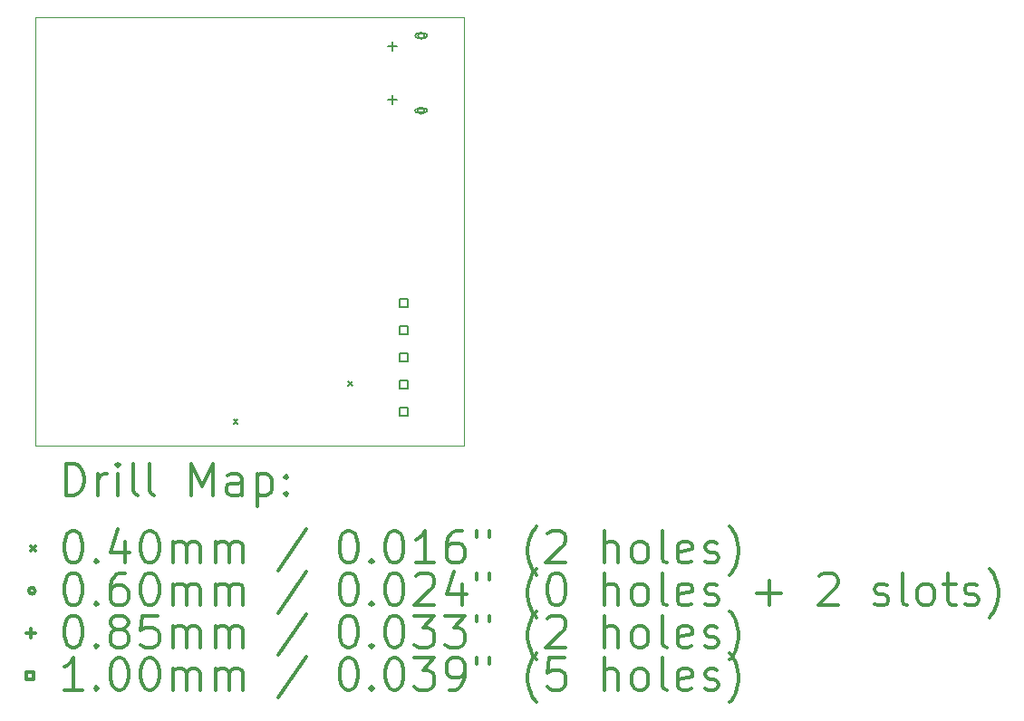
<source format=gbr>
%FSLAX45Y45*%
G04 Gerber Fmt 4.5, Leading zero omitted, Abs format (unit mm)*
G04 Created by KiCad (PCBNEW (5.1.5)-3) date 2020-02-03 12:39:04*
%MOMM*%
%LPD*%
G04 APERTURE LIST*
%TA.AperFunction,Profile*%
%ADD10C,0.050000*%
%TD*%
%ADD11C,0.200000*%
%ADD12C,0.300000*%
G04 APERTURE END LIST*
D10*
X44600000Y1600000D02*
X48600000Y1600000D01*
X44600000Y-2400000D02*
X44600000Y1600000D01*
X48600000Y-2400000D02*
X44600000Y-2400000D01*
X48600000Y1600000D02*
X48600000Y-2400000D01*
D11*
X46450000Y-2160000D02*
X46490000Y-2200000D01*
X46490000Y-2160000D02*
X46450000Y-2200000D01*
X47520000Y-1800000D02*
X47560000Y-1840000D01*
X47560000Y-1800000D02*
X47520000Y-1840000D01*
X48233750Y1430000D02*
G75*
G03X48233750Y1430000I-30000J0D01*
G01*
X48168750Y1410000D02*
X48238750Y1410000D01*
X48168750Y1450000D02*
X48238750Y1450000D01*
X48238750Y1410000D02*
G75*
G03X48238750Y1450000I0J20000D01*
G01*
X48168750Y1450000D02*
G75*
G03X48168750Y1410000I0J-20000D01*
G01*
X48233750Y730000D02*
G75*
G03X48233750Y730000I-30000J0D01*
G01*
X48238750Y750000D02*
X48168750Y750000D01*
X48238750Y710000D02*
X48168750Y710000D01*
X48168750Y750000D02*
G75*
G03X48168750Y710000I0J-20000D01*
G01*
X48238750Y710000D02*
G75*
G03X48238750Y750000I0J20000D01*
G01*
X47933750Y1372500D02*
X47933750Y1287500D01*
X47891250Y1330000D02*
X47976250Y1330000D01*
X47933750Y872500D02*
X47933750Y787500D01*
X47891250Y830000D02*
X47976250Y830000D01*
X48075356Y-1105356D02*
X48075356Y-1034644D01*
X48004644Y-1034644D01*
X48004644Y-1105356D01*
X48075356Y-1105356D01*
X48075356Y-1359356D02*
X48075356Y-1288644D01*
X48004644Y-1288644D01*
X48004644Y-1359356D01*
X48075356Y-1359356D01*
X48075356Y-1613356D02*
X48075356Y-1542644D01*
X48004644Y-1542644D01*
X48004644Y-1613356D01*
X48075356Y-1613356D01*
X48075356Y-1867356D02*
X48075356Y-1796644D01*
X48004644Y-1796644D01*
X48004644Y-1867356D01*
X48075356Y-1867356D01*
X48075356Y-2121356D02*
X48075356Y-2050644D01*
X48004644Y-2050644D01*
X48004644Y-2121356D01*
X48075356Y-2121356D01*
D12*
X44883928Y-2868214D02*
X44883928Y-2568214D01*
X44955357Y-2568214D01*
X44998214Y-2582500D01*
X45026786Y-2611072D01*
X45041071Y-2639643D01*
X45055357Y-2696786D01*
X45055357Y-2739643D01*
X45041071Y-2796786D01*
X45026786Y-2825357D01*
X44998214Y-2853929D01*
X44955357Y-2868214D01*
X44883928Y-2868214D01*
X45183928Y-2868214D02*
X45183928Y-2668214D01*
X45183928Y-2725357D02*
X45198214Y-2696786D01*
X45212500Y-2682500D01*
X45241071Y-2668214D01*
X45269643Y-2668214D01*
X45369643Y-2868214D02*
X45369643Y-2668214D01*
X45369643Y-2568214D02*
X45355357Y-2582500D01*
X45369643Y-2596786D01*
X45383928Y-2582500D01*
X45369643Y-2568214D01*
X45369643Y-2596786D01*
X45555357Y-2868214D02*
X45526786Y-2853929D01*
X45512500Y-2825357D01*
X45512500Y-2568214D01*
X45712500Y-2868214D02*
X45683928Y-2853929D01*
X45669643Y-2825357D01*
X45669643Y-2568214D01*
X46055357Y-2868214D02*
X46055357Y-2568214D01*
X46155357Y-2782500D01*
X46255357Y-2568214D01*
X46255357Y-2868214D01*
X46526786Y-2868214D02*
X46526786Y-2711072D01*
X46512500Y-2682500D01*
X46483928Y-2668214D01*
X46426786Y-2668214D01*
X46398214Y-2682500D01*
X46526786Y-2853929D02*
X46498214Y-2868214D01*
X46426786Y-2868214D01*
X46398214Y-2853929D01*
X46383928Y-2825357D01*
X46383928Y-2796786D01*
X46398214Y-2768214D01*
X46426786Y-2753929D01*
X46498214Y-2753929D01*
X46526786Y-2739643D01*
X46669643Y-2668214D02*
X46669643Y-2968214D01*
X46669643Y-2682500D02*
X46698214Y-2668214D01*
X46755357Y-2668214D01*
X46783928Y-2682500D01*
X46798214Y-2696786D01*
X46812500Y-2725357D01*
X46812500Y-2811071D01*
X46798214Y-2839643D01*
X46783928Y-2853929D01*
X46755357Y-2868214D01*
X46698214Y-2868214D01*
X46669643Y-2853929D01*
X46941071Y-2839643D02*
X46955357Y-2853929D01*
X46941071Y-2868214D01*
X46926786Y-2853929D01*
X46941071Y-2839643D01*
X46941071Y-2868214D01*
X46941071Y-2682500D02*
X46955357Y-2696786D01*
X46941071Y-2711072D01*
X46926786Y-2696786D01*
X46941071Y-2682500D01*
X46941071Y-2711072D01*
X44557500Y-3342500D02*
X44597500Y-3382500D01*
X44597500Y-3342500D02*
X44557500Y-3382500D01*
X44941071Y-3198214D02*
X44969643Y-3198214D01*
X44998214Y-3212500D01*
X45012500Y-3226786D01*
X45026786Y-3255357D01*
X45041071Y-3312500D01*
X45041071Y-3383929D01*
X45026786Y-3441071D01*
X45012500Y-3469643D01*
X44998214Y-3483929D01*
X44969643Y-3498214D01*
X44941071Y-3498214D01*
X44912500Y-3483929D01*
X44898214Y-3469643D01*
X44883928Y-3441071D01*
X44869643Y-3383929D01*
X44869643Y-3312500D01*
X44883928Y-3255357D01*
X44898214Y-3226786D01*
X44912500Y-3212500D01*
X44941071Y-3198214D01*
X45169643Y-3469643D02*
X45183928Y-3483929D01*
X45169643Y-3498214D01*
X45155357Y-3483929D01*
X45169643Y-3469643D01*
X45169643Y-3498214D01*
X45441071Y-3298214D02*
X45441071Y-3498214D01*
X45369643Y-3183929D02*
X45298214Y-3398214D01*
X45483928Y-3398214D01*
X45655357Y-3198214D02*
X45683928Y-3198214D01*
X45712500Y-3212500D01*
X45726786Y-3226786D01*
X45741071Y-3255357D01*
X45755357Y-3312500D01*
X45755357Y-3383929D01*
X45741071Y-3441071D01*
X45726786Y-3469643D01*
X45712500Y-3483929D01*
X45683928Y-3498214D01*
X45655357Y-3498214D01*
X45626786Y-3483929D01*
X45612500Y-3469643D01*
X45598214Y-3441071D01*
X45583928Y-3383929D01*
X45583928Y-3312500D01*
X45598214Y-3255357D01*
X45612500Y-3226786D01*
X45626786Y-3212500D01*
X45655357Y-3198214D01*
X45883928Y-3498214D02*
X45883928Y-3298214D01*
X45883928Y-3326786D02*
X45898214Y-3312500D01*
X45926786Y-3298214D01*
X45969643Y-3298214D01*
X45998214Y-3312500D01*
X46012500Y-3341071D01*
X46012500Y-3498214D01*
X46012500Y-3341071D02*
X46026786Y-3312500D01*
X46055357Y-3298214D01*
X46098214Y-3298214D01*
X46126786Y-3312500D01*
X46141071Y-3341071D01*
X46141071Y-3498214D01*
X46283928Y-3498214D02*
X46283928Y-3298214D01*
X46283928Y-3326786D02*
X46298214Y-3312500D01*
X46326786Y-3298214D01*
X46369643Y-3298214D01*
X46398214Y-3312500D01*
X46412500Y-3341071D01*
X46412500Y-3498214D01*
X46412500Y-3341071D02*
X46426786Y-3312500D01*
X46455357Y-3298214D01*
X46498214Y-3298214D01*
X46526786Y-3312500D01*
X46541071Y-3341071D01*
X46541071Y-3498214D01*
X47126786Y-3183929D02*
X46869643Y-3569643D01*
X47512500Y-3198214D02*
X47541071Y-3198214D01*
X47569643Y-3212500D01*
X47583928Y-3226786D01*
X47598214Y-3255357D01*
X47612500Y-3312500D01*
X47612500Y-3383929D01*
X47598214Y-3441071D01*
X47583928Y-3469643D01*
X47569643Y-3483929D01*
X47541071Y-3498214D01*
X47512500Y-3498214D01*
X47483928Y-3483929D01*
X47469643Y-3469643D01*
X47455357Y-3441071D01*
X47441071Y-3383929D01*
X47441071Y-3312500D01*
X47455357Y-3255357D01*
X47469643Y-3226786D01*
X47483928Y-3212500D01*
X47512500Y-3198214D01*
X47741071Y-3469643D02*
X47755357Y-3483929D01*
X47741071Y-3498214D01*
X47726786Y-3483929D01*
X47741071Y-3469643D01*
X47741071Y-3498214D01*
X47941071Y-3198214D02*
X47969643Y-3198214D01*
X47998214Y-3212500D01*
X48012500Y-3226786D01*
X48026786Y-3255357D01*
X48041071Y-3312500D01*
X48041071Y-3383929D01*
X48026786Y-3441071D01*
X48012500Y-3469643D01*
X47998214Y-3483929D01*
X47969643Y-3498214D01*
X47941071Y-3498214D01*
X47912500Y-3483929D01*
X47898214Y-3469643D01*
X47883928Y-3441071D01*
X47869643Y-3383929D01*
X47869643Y-3312500D01*
X47883928Y-3255357D01*
X47898214Y-3226786D01*
X47912500Y-3212500D01*
X47941071Y-3198214D01*
X48326786Y-3498214D02*
X48155357Y-3498214D01*
X48241071Y-3498214D02*
X48241071Y-3198214D01*
X48212500Y-3241071D01*
X48183928Y-3269643D01*
X48155357Y-3283929D01*
X48583928Y-3198214D02*
X48526786Y-3198214D01*
X48498214Y-3212500D01*
X48483928Y-3226786D01*
X48455357Y-3269643D01*
X48441071Y-3326786D01*
X48441071Y-3441071D01*
X48455357Y-3469643D01*
X48469643Y-3483929D01*
X48498214Y-3498214D01*
X48555357Y-3498214D01*
X48583928Y-3483929D01*
X48598214Y-3469643D01*
X48612500Y-3441071D01*
X48612500Y-3369643D01*
X48598214Y-3341071D01*
X48583928Y-3326786D01*
X48555357Y-3312500D01*
X48498214Y-3312500D01*
X48469643Y-3326786D01*
X48455357Y-3341071D01*
X48441071Y-3369643D01*
X48726786Y-3198214D02*
X48726786Y-3255357D01*
X48841071Y-3198214D02*
X48841071Y-3255357D01*
X49283928Y-3612500D02*
X49269643Y-3598214D01*
X49241071Y-3555357D01*
X49226786Y-3526786D01*
X49212500Y-3483929D01*
X49198214Y-3412500D01*
X49198214Y-3355357D01*
X49212500Y-3283929D01*
X49226786Y-3241071D01*
X49241071Y-3212500D01*
X49269643Y-3169643D01*
X49283928Y-3155357D01*
X49383928Y-3226786D02*
X49398214Y-3212500D01*
X49426786Y-3198214D01*
X49498214Y-3198214D01*
X49526786Y-3212500D01*
X49541071Y-3226786D01*
X49555357Y-3255357D01*
X49555357Y-3283929D01*
X49541071Y-3326786D01*
X49369643Y-3498214D01*
X49555357Y-3498214D01*
X49912500Y-3498214D02*
X49912500Y-3198214D01*
X50041071Y-3498214D02*
X50041071Y-3341071D01*
X50026786Y-3312500D01*
X49998214Y-3298214D01*
X49955357Y-3298214D01*
X49926786Y-3312500D01*
X49912500Y-3326786D01*
X50226786Y-3498214D02*
X50198214Y-3483929D01*
X50183928Y-3469643D01*
X50169643Y-3441071D01*
X50169643Y-3355357D01*
X50183928Y-3326786D01*
X50198214Y-3312500D01*
X50226786Y-3298214D01*
X50269643Y-3298214D01*
X50298214Y-3312500D01*
X50312500Y-3326786D01*
X50326786Y-3355357D01*
X50326786Y-3441071D01*
X50312500Y-3469643D01*
X50298214Y-3483929D01*
X50269643Y-3498214D01*
X50226786Y-3498214D01*
X50498214Y-3498214D02*
X50469643Y-3483929D01*
X50455357Y-3455357D01*
X50455357Y-3198214D01*
X50726786Y-3483929D02*
X50698214Y-3498214D01*
X50641071Y-3498214D01*
X50612500Y-3483929D01*
X50598214Y-3455357D01*
X50598214Y-3341071D01*
X50612500Y-3312500D01*
X50641071Y-3298214D01*
X50698214Y-3298214D01*
X50726786Y-3312500D01*
X50741071Y-3341071D01*
X50741071Y-3369643D01*
X50598214Y-3398214D01*
X50855357Y-3483929D02*
X50883928Y-3498214D01*
X50941071Y-3498214D01*
X50969643Y-3483929D01*
X50983928Y-3455357D01*
X50983928Y-3441071D01*
X50969643Y-3412500D01*
X50941071Y-3398214D01*
X50898214Y-3398214D01*
X50869643Y-3383929D01*
X50855357Y-3355357D01*
X50855357Y-3341071D01*
X50869643Y-3312500D01*
X50898214Y-3298214D01*
X50941071Y-3298214D01*
X50969643Y-3312500D01*
X51083928Y-3612500D02*
X51098214Y-3598214D01*
X51126786Y-3555357D01*
X51141071Y-3526786D01*
X51155357Y-3483929D01*
X51169643Y-3412500D01*
X51169643Y-3355357D01*
X51155357Y-3283929D01*
X51141071Y-3241071D01*
X51126786Y-3212500D01*
X51098214Y-3169643D01*
X51083928Y-3155357D01*
X44597500Y-3758500D02*
G75*
G03X44597500Y-3758500I-30000J0D01*
G01*
X44941071Y-3594214D02*
X44969643Y-3594214D01*
X44998214Y-3608500D01*
X45012500Y-3622786D01*
X45026786Y-3651357D01*
X45041071Y-3708500D01*
X45041071Y-3779929D01*
X45026786Y-3837071D01*
X45012500Y-3865643D01*
X44998214Y-3879929D01*
X44969643Y-3894214D01*
X44941071Y-3894214D01*
X44912500Y-3879929D01*
X44898214Y-3865643D01*
X44883928Y-3837071D01*
X44869643Y-3779929D01*
X44869643Y-3708500D01*
X44883928Y-3651357D01*
X44898214Y-3622786D01*
X44912500Y-3608500D01*
X44941071Y-3594214D01*
X45169643Y-3865643D02*
X45183928Y-3879929D01*
X45169643Y-3894214D01*
X45155357Y-3879929D01*
X45169643Y-3865643D01*
X45169643Y-3894214D01*
X45441071Y-3594214D02*
X45383928Y-3594214D01*
X45355357Y-3608500D01*
X45341071Y-3622786D01*
X45312500Y-3665643D01*
X45298214Y-3722786D01*
X45298214Y-3837071D01*
X45312500Y-3865643D01*
X45326786Y-3879929D01*
X45355357Y-3894214D01*
X45412500Y-3894214D01*
X45441071Y-3879929D01*
X45455357Y-3865643D01*
X45469643Y-3837071D01*
X45469643Y-3765643D01*
X45455357Y-3737071D01*
X45441071Y-3722786D01*
X45412500Y-3708500D01*
X45355357Y-3708500D01*
X45326786Y-3722786D01*
X45312500Y-3737071D01*
X45298214Y-3765643D01*
X45655357Y-3594214D02*
X45683928Y-3594214D01*
X45712500Y-3608500D01*
X45726786Y-3622786D01*
X45741071Y-3651357D01*
X45755357Y-3708500D01*
X45755357Y-3779929D01*
X45741071Y-3837071D01*
X45726786Y-3865643D01*
X45712500Y-3879929D01*
X45683928Y-3894214D01*
X45655357Y-3894214D01*
X45626786Y-3879929D01*
X45612500Y-3865643D01*
X45598214Y-3837071D01*
X45583928Y-3779929D01*
X45583928Y-3708500D01*
X45598214Y-3651357D01*
X45612500Y-3622786D01*
X45626786Y-3608500D01*
X45655357Y-3594214D01*
X45883928Y-3894214D02*
X45883928Y-3694214D01*
X45883928Y-3722786D02*
X45898214Y-3708500D01*
X45926786Y-3694214D01*
X45969643Y-3694214D01*
X45998214Y-3708500D01*
X46012500Y-3737071D01*
X46012500Y-3894214D01*
X46012500Y-3737071D02*
X46026786Y-3708500D01*
X46055357Y-3694214D01*
X46098214Y-3694214D01*
X46126786Y-3708500D01*
X46141071Y-3737071D01*
X46141071Y-3894214D01*
X46283928Y-3894214D02*
X46283928Y-3694214D01*
X46283928Y-3722786D02*
X46298214Y-3708500D01*
X46326786Y-3694214D01*
X46369643Y-3694214D01*
X46398214Y-3708500D01*
X46412500Y-3737071D01*
X46412500Y-3894214D01*
X46412500Y-3737071D02*
X46426786Y-3708500D01*
X46455357Y-3694214D01*
X46498214Y-3694214D01*
X46526786Y-3708500D01*
X46541071Y-3737071D01*
X46541071Y-3894214D01*
X47126786Y-3579929D02*
X46869643Y-3965643D01*
X47512500Y-3594214D02*
X47541071Y-3594214D01*
X47569643Y-3608500D01*
X47583928Y-3622786D01*
X47598214Y-3651357D01*
X47612500Y-3708500D01*
X47612500Y-3779929D01*
X47598214Y-3837071D01*
X47583928Y-3865643D01*
X47569643Y-3879929D01*
X47541071Y-3894214D01*
X47512500Y-3894214D01*
X47483928Y-3879929D01*
X47469643Y-3865643D01*
X47455357Y-3837071D01*
X47441071Y-3779929D01*
X47441071Y-3708500D01*
X47455357Y-3651357D01*
X47469643Y-3622786D01*
X47483928Y-3608500D01*
X47512500Y-3594214D01*
X47741071Y-3865643D02*
X47755357Y-3879929D01*
X47741071Y-3894214D01*
X47726786Y-3879929D01*
X47741071Y-3865643D01*
X47741071Y-3894214D01*
X47941071Y-3594214D02*
X47969643Y-3594214D01*
X47998214Y-3608500D01*
X48012500Y-3622786D01*
X48026786Y-3651357D01*
X48041071Y-3708500D01*
X48041071Y-3779929D01*
X48026786Y-3837071D01*
X48012500Y-3865643D01*
X47998214Y-3879929D01*
X47969643Y-3894214D01*
X47941071Y-3894214D01*
X47912500Y-3879929D01*
X47898214Y-3865643D01*
X47883928Y-3837071D01*
X47869643Y-3779929D01*
X47869643Y-3708500D01*
X47883928Y-3651357D01*
X47898214Y-3622786D01*
X47912500Y-3608500D01*
X47941071Y-3594214D01*
X48155357Y-3622786D02*
X48169643Y-3608500D01*
X48198214Y-3594214D01*
X48269643Y-3594214D01*
X48298214Y-3608500D01*
X48312500Y-3622786D01*
X48326786Y-3651357D01*
X48326786Y-3679929D01*
X48312500Y-3722786D01*
X48141071Y-3894214D01*
X48326786Y-3894214D01*
X48583928Y-3694214D02*
X48583928Y-3894214D01*
X48512500Y-3579929D02*
X48441071Y-3794214D01*
X48626786Y-3794214D01*
X48726786Y-3594214D02*
X48726786Y-3651357D01*
X48841071Y-3594214D02*
X48841071Y-3651357D01*
X49283928Y-4008500D02*
X49269643Y-3994214D01*
X49241071Y-3951357D01*
X49226786Y-3922786D01*
X49212500Y-3879929D01*
X49198214Y-3808500D01*
X49198214Y-3751357D01*
X49212500Y-3679929D01*
X49226786Y-3637071D01*
X49241071Y-3608500D01*
X49269643Y-3565643D01*
X49283928Y-3551357D01*
X49455357Y-3594214D02*
X49483928Y-3594214D01*
X49512500Y-3608500D01*
X49526786Y-3622786D01*
X49541071Y-3651357D01*
X49555357Y-3708500D01*
X49555357Y-3779929D01*
X49541071Y-3837071D01*
X49526786Y-3865643D01*
X49512500Y-3879929D01*
X49483928Y-3894214D01*
X49455357Y-3894214D01*
X49426786Y-3879929D01*
X49412500Y-3865643D01*
X49398214Y-3837071D01*
X49383928Y-3779929D01*
X49383928Y-3708500D01*
X49398214Y-3651357D01*
X49412500Y-3622786D01*
X49426786Y-3608500D01*
X49455357Y-3594214D01*
X49912500Y-3894214D02*
X49912500Y-3594214D01*
X50041071Y-3894214D02*
X50041071Y-3737071D01*
X50026786Y-3708500D01*
X49998214Y-3694214D01*
X49955357Y-3694214D01*
X49926786Y-3708500D01*
X49912500Y-3722786D01*
X50226786Y-3894214D02*
X50198214Y-3879929D01*
X50183928Y-3865643D01*
X50169643Y-3837071D01*
X50169643Y-3751357D01*
X50183928Y-3722786D01*
X50198214Y-3708500D01*
X50226786Y-3694214D01*
X50269643Y-3694214D01*
X50298214Y-3708500D01*
X50312500Y-3722786D01*
X50326786Y-3751357D01*
X50326786Y-3837071D01*
X50312500Y-3865643D01*
X50298214Y-3879929D01*
X50269643Y-3894214D01*
X50226786Y-3894214D01*
X50498214Y-3894214D02*
X50469643Y-3879929D01*
X50455357Y-3851357D01*
X50455357Y-3594214D01*
X50726786Y-3879929D02*
X50698214Y-3894214D01*
X50641071Y-3894214D01*
X50612500Y-3879929D01*
X50598214Y-3851357D01*
X50598214Y-3737071D01*
X50612500Y-3708500D01*
X50641071Y-3694214D01*
X50698214Y-3694214D01*
X50726786Y-3708500D01*
X50741071Y-3737071D01*
X50741071Y-3765643D01*
X50598214Y-3794214D01*
X50855357Y-3879929D02*
X50883928Y-3894214D01*
X50941071Y-3894214D01*
X50969643Y-3879929D01*
X50983928Y-3851357D01*
X50983928Y-3837071D01*
X50969643Y-3808500D01*
X50941071Y-3794214D01*
X50898214Y-3794214D01*
X50869643Y-3779929D01*
X50855357Y-3751357D01*
X50855357Y-3737071D01*
X50869643Y-3708500D01*
X50898214Y-3694214D01*
X50941071Y-3694214D01*
X50969643Y-3708500D01*
X51341071Y-3779929D02*
X51569643Y-3779929D01*
X51455357Y-3894214D02*
X51455357Y-3665643D01*
X51926786Y-3622786D02*
X51941071Y-3608500D01*
X51969643Y-3594214D01*
X52041071Y-3594214D01*
X52069643Y-3608500D01*
X52083928Y-3622786D01*
X52098214Y-3651357D01*
X52098214Y-3679929D01*
X52083928Y-3722786D01*
X51912500Y-3894214D01*
X52098214Y-3894214D01*
X52441071Y-3879929D02*
X52469643Y-3894214D01*
X52526786Y-3894214D01*
X52555357Y-3879929D01*
X52569643Y-3851357D01*
X52569643Y-3837071D01*
X52555357Y-3808500D01*
X52526786Y-3794214D01*
X52483928Y-3794214D01*
X52455357Y-3779929D01*
X52441071Y-3751357D01*
X52441071Y-3737071D01*
X52455357Y-3708500D01*
X52483928Y-3694214D01*
X52526786Y-3694214D01*
X52555357Y-3708500D01*
X52741071Y-3894214D02*
X52712500Y-3879929D01*
X52698214Y-3851357D01*
X52698214Y-3594214D01*
X52898214Y-3894214D02*
X52869643Y-3879929D01*
X52855357Y-3865643D01*
X52841071Y-3837071D01*
X52841071Y-3751357D01*
X52855357Y-3722786D01*
X52869643Y-3708500D01*
X52898214Y-3694214D01*
X52941071Y-3694214D01*
X52969643Y-3708500D01*
X52983928Y-3722786D01*
X52998214Y-3751357D01*
X52998214Y-3837071D01*
X52983928Y-3865643D01*
X52969643Y-3879929D01*
X52941071Y-3894214D01*
X52898214Y-3894214D01*
X53083928Y-3694214D02*
X53198214Y-3694214D01*
X53126786Y-3594214D02*
X53126786Y-3851357D01*
X53141071Y-3879929D01*
X53169643Y-3894214D01*
X53198214Y-3894214D01*
X53283928Y-3879929D02*
X53312500Y-3894214D01*
X53369643Y-3894214D01*
X53398214Y-3879929D01*
X53412500Y-3851357D01*
X53412500Y-3837071D01*
X53398214Y-3808500D01*
X53369643Y-3794214D01*
X53326786Y-3794214D01*
X53298214Y-3779929D01*
X53283928Y-3751357D01*
X53283928Y-3737071D01*
X53298214Y-3708500D01*
X53326786Y-3694214D01*
X53369643Y-3694214D01*
X53398214Y-3708500D01*
X53512500Y-4008500D02*
X53526786Y-3994214D01*
X53555357Y-3951357D01*
X53569643Y-3922786D01*
X53583928Y-3879929D01*
X53598214Y-3808500D01*
X53598214Y-3751357D01*
X53583928Y-3679929D01*
X53569643Y-3637071D01*
X53555357Y-3608500D01*
X53526786Y-3565643D01*
X53512500Y-3551357D01*
X44555000Y-4112000D02*
X44555000Y-4197000D01*
X44512500Y-4154500D02*
X44597500Y-4154500D01*
X44941071Y-3990214D02*
X44969643Y-3990214D01*
X44998214Y-4004500D01*
X45012500Y-4018786D01*
X45026786Y-4047357D01*
X45041071Y-4104500D01*
X45041071Y-4175929D01*
X45026786Y-4233072D01*
X45012500Y-4261643D01*
X44998214Y-4275929D01*
X44969643Y-4290214D01*
X44941071Y-4290214D01*
X44912500Y-4275929D01*
X44898214Y-4261643D01*
X44883928Y-4233072D01*
X44869643Y-4175929D01*
X44869643Y-4104500D01*
X44883928Y-4047357D01*
X44898214Y-4018786D01*
X44912500Y-4004500D01*
X44941071Y-3990214D01*
X45169643Y-4261643D02*
X45183928Y-4275929D01*
X45169643Y-4290214D01*
X45155357Y-4275929D01*
X45169643Y-4261643D01*
X45169643Y-4290214D01*
X45355357Y-4118786D02*
X45326786Y-4104500D01*
X45312500Y-4090214D01*
X45298214Y-4061643D01*
X45298214Y-4047357D01*
X45312500Y-4018786D01*
X45326786Y-4004500D01*
X45355357Y-3990214D01*
X45412500Y-3990214D01*
X45441071Y-4004500D01*
X45455357Y-4018786D01*
X45469643Y-4047357D01*
X45469643Y-4061643D01*
X45455357Y-4090214D01*
X45441071Y-4104500D01*
X45412500Y-4118786D01*
X45355357Y-4118786D01*
X45326786Y-4133071D01*
X45312500Y-4147357D01*
X45298214Y-4175929D01*
X45298214Y-4233072D01*
X45312500Y-4261643D01*
X45326786Y-4275929D01*
X45355357Y-4290214D01*
X45412500Y-4290214D01*
X45441071Y-4275929D01*
X45455357Y-4261643D01*
X45469643Y-4233072D01*
X45469643Y-4175929D01*
X45455357Y-4147357D01*
X45441071Y-4133071D01*
X45412500Y-4118786D01*
X45741071Y-3990214D02*
X45598214Y-3990214D01*
X45583928Y-4133071D01*
X45598214Y-4118786D01*
X45626786Y-4104500D01*
X45698214Y-4104500D01*
X45726786Y-4118786D01*
X45741071Y-4133071D01*
X45755357Y-4161643D01*
X45755357Y-4233072D01*
X45741071Y-4261643D01*
X45726786Y-4275929D01*
X45698214Y-4290214D01*
X45626786Y-4290214D01*
X45598214Y-4275929D01*
X45583928Y-4261643D01*
X45883928Y-4290214D02*
X45883928Y-4090214D01*
X45883928Y-4118786D02*
X45898214Y-4104500D01*
X45926786Y-4090214D01*
X45969643Y-4090214D01*
X45998214Y-4104500D01*
X46012500Y-4133071D01*
X46012500Y-4290214D01*
X46012500Y-4133071D02*
X46026786Y-4104500D01*
X46055357Y-4090214D01*
X46098214Y-4090214D01*
X46126786Y-4104500D01*
X46141071Y-4133071D01*
X46141071Y-4290214D01*
X46283928Y-4290214D02*
X46283928Y-4090214D01*
X46283928Y-4118786D02*
X46298214Y-4104500D01*
X46326786Y-4090214D01*
X46369643Y-4090214D01*
X46398214Y-4104500D01*
X46412500Y-4133071D01*
X46412500Y-4290214D01*
X46412500Y-4133071D02*
X46426786Y-4104500D01*
X46455357Y-4090214D01*
X46498214Y-4090214D01*
X46526786Y-4104500D01*
X46541071Y-4133071D01*
X46541071Y-4290214D01*
X47126786Y-3975929D02*
X46869643Y-4361643D01*
X47512500Y-3990214D02*
X47541071Y-3990214D01*
X47569643Y-4004500D01*
X47583928Y-4018786D01*
X47598214Y-4047357D01*
X47612500Y-4104500D01*
X47612500Y-4175929D01*
X47598214Y-4233072D01*
X47583928Y-4261643D01*
X47569643Y-4275929D01*
X47541071Y-4290214D01*
X47512500Y-4290214D01*
X47483928Y-4275929D01*
X47469643Y-4261643D01*
X47455357Y-4233072D01*
X47441071Y-4175929D01*
X47441071Y-4104500D01*
X47455357Y-4047357D01*
X47469643Y-4018786D01*
X47483928Y-4004500D01*
X47512500Y-3990214D01*
X47741071Y-4261643D02*
X47755357Y-4275929D01*
X47741071Y-4290214D01*
X47726786Y-4275929D01*
X47741071Y-4261643D01*
X47741071Y-4290214D01*
X47941071Y-3990214D02*
X47969643Y-3990214D01*
X47998214Y-4004500D01*
X48012500Y-4018786D01*
X48026786Y-4047357D01*
X48041071Y-4104500D01*
X48041071Y-4175929D01*
X48026786Y-4233072D01*
X48012500Y-4261643D01*
X47998214Y-4275929D01*
X47969643Y-4290214D01*
X47941071Y-4290214D01*
X47912500Y-4275929D01*
X47898214Y-4261643D01*
X47883928Y-4233072D01*
X47869643Y-4175929D01*
X47869643Y-4104500D01*
X47883928Y-4047357D01*
X47898214Y-4018786D01*
X47912500Y-4004500D01*
X47941071Y-3990214D01*
X48141071Y-3990214D02*
X48326786Y-3990214D01*
X48226786Y-4104500D01*
X48269643Y-4104500D01*
X48298214Y-4118786D01*
X48312500Y-4133071D01*
X48326786Y-4161643D01*
X48326786Y-4233072D01*
X48312500Y-4261643D01*
X48298214Y-4275929D01*
X48269643Y-4290214D01*
X48183928Y-4290214D01*
X48155357Y-4275929D01*
X48141071Y-4261643D01*
X48426786Y-3990214D02*
X48612500Y-3990214D01*
X48512500Y-4104500D01*
X48555357Y-4104500D01*
X48583928Y-4118786D01*
X48598214Y-4133071D01*
X48612500Y-4161643D01*
X48612500Y-4233072D01*
X48598214Y-4261643D01*
X48583928Y-4275929D01*
X48555357Y-4290214D01*
X48469643Y-4290214D01*
X48441071Y-4275929D01*
X48426786Y-4261643D01*
X48726786Y-3990214D02*
X48726786Y-4047357D01*
X48841071Y-3990214D02*
X48841071Y-4047357D01*
X49283928Y-4404500D02*
X49269643Y-4390214D01*
X49241071Y-4347357D01*
X49226786Y-4318786D01*
X49212500Y-4275929D01*
X49198214Y-4204500D01*
X49198214Y-4147357D01*
X49212500Y-4075929D01*
X49226786Y-4033071D01*
X49241071Y-4004500D01*
X49269643Y-3961643D01*
X49283928Y-3947357D01*
X49383928Y-4018786D02*
X49398214Y-4004500D01*
X49426786Y-3990214D01*
X49498214Y-3990214D01*
X49526786Y-4004500D01*
X49541071Y-4018786D01*
X49555357Y-4047357D01*
X49555357Y-4075929D01*
X49541071Y-4118786D01*
X49369643Y-4290214D01*
X49555357Y-4290214D01*
X49912500Y-4290214D02*
X49912500Y-3990214D01*
X50041071Y-4290214D02*
X50041071Y-4133071D01*
X50026786Y-4104500D01*
X49998214Y-4090214D01*
X49955357Y-4090214D01*
X49926786Y-4104500D01*
X49912500Y-4118786D01*
X50226786Y-4290214D02*
X50198214Y-4275929D01*
X50183928Y-4261643D01*
X50169643Y-4233072D01*
X50169643Y-4147357D01*
X50183928Y-4118786D01*
X50198214Y-4104500D01*
X50226786Y-4090214D01*
X50269643Y-4090214D01*
X50298214Y-4104500D01*
X50312500Y-4118786D01*
X50326786Y-4147357D01*
X50326786Y-4233072D01*
X50312500Y-4261643D01*
X50298214Y-4275929D01*
X50269643Y-4290214D01*
X50226786Y-4290214D01*
X50498214Y-4290214D02*
X50469643Y-4275929D01*
X50455357Y-4247357D01*
X50455357Y-3990214D01*
X50726786Y-4275929D02*
X50698214Y-4290214D01*
X50641071Y-4290214D01*
X50612500Y-4275929D01*
X50598214Y-4247357D01*
X50598214Y-4133071D01*
X50612500Y-4104500D01*
X50641071Y-4090214D01*
X50698214Y-4090214D01*
X50726786Y-4104500D01*
X50741071Y-4133071D01*
X50741071Y-4161643D01*
X50598214Y-4190214D01*
X50855357Y-4275929D02*
X50883928Y-4290214D01*
X50941071Y-4290214D01*
X50969643Y-4275929D01*
X50983928Y-4247357D01*
X50983928Y-4233072D01*
X50969643Y-4204500D01*
X50941071Y-4190214D01*
X50898214Y-4190214D01*
X50869643Y-4175929D01*
X50855357Y-4147357D01*
X50855357Y-4133071D01*
X50869643Y-4104500D01*
X50898214Y-4090214D01*
X50941071Y-4090214D01*
X50969643Y-4104500D01*
X51083928Y-4404500D02*
X51098214Y-4390214D01*
X51126786Y-4347357D01*
X51141071Y-4318786D01*
X51155357Y-4275929D01*
X51169643Y-4204500D01*
X51169643Y-4147357D01*
X51155357Y-4075929D01*
X51141071Y-4033071D01*
X51126786Y-4004500D01*
X51098214Y-3961643D01*
X51083928Y-3947357D01*
X44582856Y-4585856D02*
X44582856Y-4515144D01*
X44512144Y-4515144D01*
X44512144Y-4585856D01*
X44582856Y-4585856D01*
X45041071Y-4686214D02*
X44869643Y-4686214D01*
X44955357Y-4686214D02*
X44955357Y-4386214D01*
X44926786Y-4429072D01*
X44898214Y-4457643D01*
X44869643Y-4471929D01*
X45169643Y-4657643D02*
X45183928Y-4671929D01*
X45169643Y-4686214D01*
X45155357Y-4671929D01*
X45169643Y-4657643D01*
X45169643Y-4686214D01*
X45369643Y-4386214D02*
X45398214Y-4386214D01*
X45426786Y-4400500D01*
X45441071Y-4414786D01*
X45455357Y-4443357D01*
X45469643Y-4500500D01*
X45469643Y-4571929D01*
X45455357Y-4629072D01*
X45441071Y-4657643D01*
X45426786Y-4671929D01*
X45398214Y-4686214D01*
X45369643Y-4686214D01*
X45341071Y-4671929D01*
X45326786Y-4657643D01*
X45312500Y-4629072D01*
X45298214Y-4571929D01*
X45298214Y-4500500D01*
X45312500Y-4443357D01*
X45326786Y-4414786D01*
X45341071Y-4400500D01*
X45369643Y-4386214D01*
X45655357Y-4386214D02*
X45683928Y-4386214D01*
X45712500Y-4400500D01*
X45726786Y-4414786D01*
X45741071Y-4443357D01*
X45755357Y-4500500D01*
X45755357Y-4571929D01*
X45741071Y-4629072D01*
X45726786Y-4657643D01*
X45712500Y-4671929D01*
X45683928Y-4686214D01*
X45655357Y-4686214D01*
X45626786Y-4671929D01*
X45612500Y-4657643D01*
X45598214Y-4629072D01*
X45583928Y-4571929D01*
X45583928Y-4500500D01*
X45598214Y-4443357D01*
X45612500Y-4414786D01*
X45626786Y-4400500D01*
X45655357Y-4386214D01*
X45883928Y-4686214D02*
X45883928Y-4486214D01*
X45883928Y-4514786D02*
X45898214Y-4500500D01*
X45926786Y-4486214D01*
X45969643Y-4486214D01*
X45998214Y-4500500D01*
X46012500Y-4529072D01*
X46012500Y-4686214D01*
X46012500Y-4529072D02*
X46026786Y-4500500D01*
X46055357Y-4486214D01*
X46098214Y-4486214D01*
X46126786Y-4500500D01*
X46141071Y-4529072D01*
X46141071Y-4686214D01*
X46283928Y-4686214D02*
X46283928Y-4486214D01*
X46283928Y-4514786D02*
X46298214Y-4500500D01*
X46326786Y-4486214D01*
X46369643Y-4486214D01*
X46398214Y-4500500D01*
X46412500Y-4529072D01*
X46412500Y-4686214D01*
X46412500Y-4529072D02*
X46426786Y-4500500D01*
X46455357Y-4486214D01*
X46498214Y-4486214D01*
X46526786Y-4500500D01*
X46541071Y-4529072D01*
X46541071Y-4686214D01*
X47126786Y-4371929D02*
X46869643Y-4757643D01*
X47512500Y-4386214D02*
X47541071Y-4386214D01*
X47569643Y-4400500D01*
X47583928Y-4414786D01*
X47598214Y-4443357D01*
X47612500Y-4500500D01*
X47612500Y-4571929D01*
X47598214Y-4629072D01*
X47583928Y-4657643D01*
X47569643Y-4671929D01*
X47541071Y-4686214D01*
X47512500Y-4686214D01*
X47483928Y-4671929D01*
X47469643Y-4657643D01*
X47455357Y-4629072D01*
X47441071Y-4571929D01*
X47441071Y-4500500D01*
X47455357Y-4443357D01*
X47469643Y-4414786D01*
X47483928Y-4400500D01*
X47512500Y-4386214D01*
X47741071Y-4657643D02*
X47755357Y-4671929D01*
X47741071Y-4686214D01*
X47726786Y-4671929D01*
X47741071Y-4657643D01*
X47741071Y-4686214D01*
X47941071Y-4386214D02*
X47969643Y-4386214D01*
X47998214Y-4400500D01*
X48012500Y-4414786D01*
X48026786Y-4443357D01*
X48041071Y-4500500D01*
X48041071Y-4571929D01*
X48026786Y-4629072D01*
X48012500Y-4657643D01*
X47998214Y-4671929D01*
X47969643Y-4686214D01*
X47941071Y-4686214D01*
X47912500Y-4671929D01*
X47898214Y-4657643D01*
X47883928Y-4629072D01*
X47869643Y-4571929D01*
X47869643Y-4500500D01*
X47883928Y-4443357D01*
X47898214Y-4414786D01*
X47912500Y-4400500D01*
X47941071Y-4386214D01*
X48141071Y-4386214D02*
X48326786Y-4386214D01*
X48226786Y-4500500D01*
X48269643Y-4500500D01*
X48298214Y-4514786D01*
X48312500Y-4529072D01*
X48326786Y-4557643D01*
X48326786Y-4629072D01*
X48312500Y-4657643D01*
X48298214Y-4671929D01*
X48269643Y-4686214D01*
X48183928Y-4686214D01*
X48155357Y-4671929D01*
X48141071Y-4657643D01*
X48469643Y-4686214D02*
X48526786Y-4686214D01*
X48555357Y-4671929D01*
X48569643Y-4657643D01*
X48598214Y-4614786D01*
X48612500Y-4557643D01*
X48612500Y-4443357D01*
X48598214Y-4414786D01*
X48583928Y-4400500D01*
X48555357Y-4386214D01*
X48498214Y-4386214D01*
X48469643Y-4400500D01*
X48455357Y-4414786D01*
X48441071Y-4443357D01*
X48441071Y-4514786D01*
X48455357Y-4543357D01*
X48469643Y-4557643D01*
X48498214Y-4571929D01*
X48555357Y-4571929D01*
X48583928Y-4557643D01*
X48598214Y-4543357D01*
X48612500Y-4514786D01*
X48726786Y-4386214D02*
X48726786Y-4443357D01*
X48841071Y-4386214D02*
X48841071Y-4443357D01*
X49283928Y-4800500D02*
X49269643Y-4786214D01*
X49241071Y-4743357D01*
X49226786Y-4714786D01*
X49212500Y-4671929D01*
X49198214Y-4600500D01*
X49198214Y-4543357D01*
X49212500Y-4471929D01*
X49226786Y-4429072D01*
X49241071Y-4400500D01*
X49269643Y-4357643D01*
X49283928Y-4343357D01*
X49541071Y-4386214D02*
X49398214Y-4386214D01*
X49383928Y-4529072D01*
X49398214Y-4514786D01*
X49426786Y-4500500D01*
X49498214Y-4500500D01*
X49526786Y-4514786D01*
X49541071Y-4529072D01*
X49555357Y-4557643D01*
X49555357Y-4629072D01*
X49541071Y-4657643D01*
X49526786Y-4671929D01*
X49498214Y-4686214D01*
X49426786Y-4686214D01*
X49398214Y-4671929D01*
X49383928Y-4657643D01*
X49912500Y-4686214D02*
X49912500Y-4386214D01*
X50041071Y-4686214D02*
X50041071Y-4529072D01*
X50026786Y-4500500D01*
X49998214Y-4486214D01*
X49955357Y-4486214D01*
X49926786Y-4500500D01*
X49912500Y-4514786D01*
X50226786Y-4686214D02*
X50198214Y-4671929D01*
X50183928Y-4657643D01*
X50169643Y-4629072D01*
X50169643Y-4543357D01*
X50183928Y-4514786D01*
X50198214Y-4500500D01*
X50226786Y-4486214D01*
X50269643Y-4486214D01*
X50298214Y-4500500D01*
X50312500Y-4514786D01*
X50326786Y-4543357D01*
X50326786Y-4629072D01*
X50312500Y-4657643D01*
X50298214Y-4671929D01*
X50269643Y-4686214D01*
X50226786Y-4686214D01*
X50498214Y-4686214D02*
X50469643Y-4671929D01*
X50455357Y-4643357D01*
X50455357Y-4386214D01*
X50726786Y-4671929D02*
X50698214Y-4686214D01*
X50641071Y-4686214D01*
X50612500Y-4671929D01*
X50598214Y-4643357D01*
X50598214Y-4529072D01*
X50612500Y-4500500D01*
X50641071Y-4486214D01*
X50698214Y-4486214D01*
X50726786Y-4500500D01*
X50741071Y-4529072D01*
X50741071Y-4557643D01*
X50598214Y-4586214D01*
X50855357Y-4671929D02*
X50883928Y-4686214D01*
X50941071Y-4686214D01*
X50969643Y-4671929D01*
X50983928Y-4643357D01*
X50983928Y-4629072D01*
X50969643Y-4600500D01*
X50941071Y-4586214D01*
X50898214Y-4586214D01*
X50869643Y-4571929D01*
X50855357Y-4543357D01*
X50855357Y-4529072D01*
X50869643Y-4500500D01*
X50898214Y-4486214D01*
X50941071Y-4486214D01*
X50969643Y-4500500D01*
X51083928Y-4800500D02*
X51098214Y-4786214D01*
X51126786Y-4743357D01*
X51141071Y-4714786D01*
X51155357Y-4671929D01*
X51169643Y-4600500D01*
X51169643Y-4543357D01*
X51155357Y-4471929D01*
X51141071Y-4429072D01*
X51126786Y-4400500D01*
X51098214Y-4357643D01*
X51083928Y-4343357D01*
M02*

</source>
